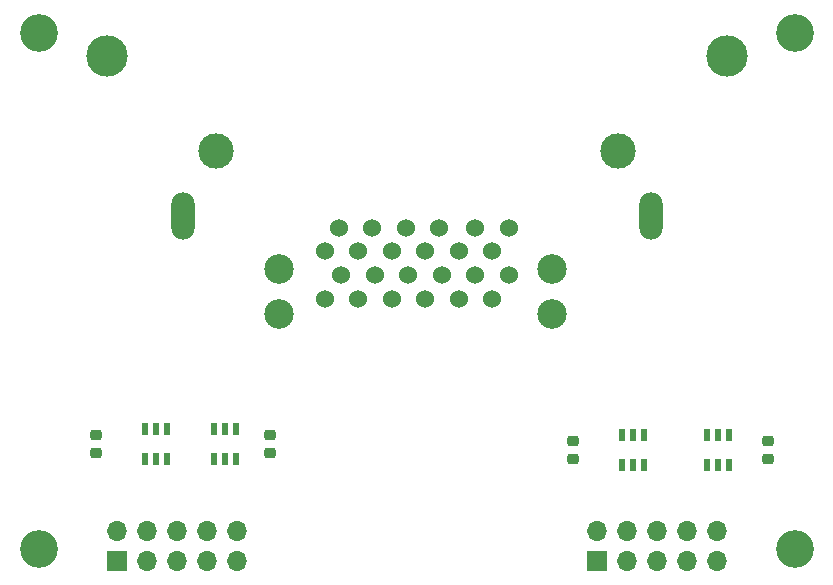
<source format=gts>
G04 #@! TF.GenerationSoftware,KiCad,Pcbnew,(6.0.0)*
G04 #@! TF.CreationDate,2022-08-18T21:48:33-04:00*
G04 #@! TF.ProjectId,GC memory card breakout board (wii pinout),4743206d-656d-46f7-9279-206361726420,rev?*
G04 #@! TF.SameCoordinates,Original*
G04 #@! TF.FileFunction,Soldermask,Top*
G04 #@! TF.FilePolarity,Negative*
%FSLAX46Y46*%
G04 Gerber Fmt 4.6, Leading zero omitted, Abs format (unit mm)*
G04 Created by KiCad (PCBNEW (6.0.0)) date 2022-08-18 21:48:33*
%MOMM*%
%LPD*%
G01*
G04 APERTURE LIST*
G04 Aperture macros list*
%AMRoundRect*
0 Rectangle with rounded corners*
0 $1 Rounding radius*
0 $2 $3 $4 $5 $6 $7 $8 $9 X,Y pos of 4 corners*
0 Add a 4 corners polygon primitive as box body*
4,1,4,$2,$3,$4,$5,$6,$7,$8,$9,$2,$3,0*
0 Add four circle primitives for the rounded corners*
1,1,$1+$1,$2,$3*
1,1,$1+$1,$4,$5*
1,1,$1+$1,$6,$7*
1,1,$1+$1,$8,$9*
0 Add four rect primitives between the rounded corners*
20,1,$1+$1,$2,$3,$4,$5,0*
20,1,$1+$1,$4,$5,$6,$7,0*
20,1,$1+$1,$6,$7,$8,$9,0*
20,1,$1+$1,$8,$9,$2,$3,0*%
G04 Aperture macros list end*
%ADD10C,3.200000*%
%ADD11RoundRect,0.225000X-0.250000X0.225000X-0.250000X-0.225000X0.250000X-0.225000X0.250000X0.225000X0*%
%ADD12R,1.700000X1.700000*%
%ADD13O,1.700000X1.700000*%
%ADD14R,0.600000X1.100000*%
%ADD15C,3.000000*%
%ADD16C,1.524000*%
%ADD17C,2.500000*%
%ADD18O,2.000000X4.000000*%
%ADD19C,3.500000*%
G04 APERTURE END LIST*
D10*
X94996000Y-77724000D03*
D11*
X99822000Y-68059000D03*
X99822000Y-69609000D03*
D12*
X142240000Y-78740000D03*
D13*
X142240000Y-76200000D03*
X144780000Y-78740000D03*
X144780000Y-76200000D03*
X147320000Y-78740000D03*
X147320000Y-76200000D03*
X149860000Y-78740000D03*
X149860000Y-76200000D03*
X152400000Y-78740000D03*
X152400000Y-76200000D03*
D10*
X159004000Y-77724000D03*
D11*
X114554000Y-68059000D03*
X114554000Y-69609000D03*
D14*
X109794000Y-70084000D03*
X110744000Y-70084000D03*
X111694000Y-70084000D03*
X111694000Y-67584000D03*
X110744000Y-67584000D03*
X109794000Y-67584000D03*
X151551600Y-70592000D03*
X152501600Y-70592000D03*
X153451600Y-70592000D03*
X153451600Y-68092000D03*
X152501600Y-68092000D03*
X151551600Y-68092000D03*
D15*
X144000000Y-44013000D03*
X110000000Y-44013000D03*
D16*
X134799000Y-54513000D03*
X133381000Y-56513000D03*
X131963000Y-54513000D03*
X130545000Y-56513000D03*
X129127000Y-54513000D03*
X127709000Y-56513000D03*
X126291000Y-54513000D03*
X124873000Y-56513000D03*
X123455000Y-54513000D03*
X122037000Y-56513000D03*
X120619000Y-54513000D03*
X119201000Y-56513000D03*
X134799000Y-50513000D03*
X133381000Y-52513000D03*
X131963000Y-50513000D03*
X130545000Y-52513000D03*
X128906200Y-50513000D03*
X127709000Y-52513000D03*
X126070200Y-50513000D03*
X124873000Y-52513000D03*
X123234200Y-50513000D03*
X122037000Y-52513000D03*
X120398200Y-50513000D03*
X119201000Y-52513000D03*
D17*
X138429600Y-54005000D03*
X138429600Y-57835000D03*
X115349600Y-54005000D03*
X115349600Y-57835000D03*
D18*
X146799000Y-49513000D03*
X107201000Y-49513000D03*
D19*
X153250000Y-36013000D03*
X100750000Y-36013000D03*
D10*
X94996000Y-34036000D03*
X159004000Y-34036000D03*
D14*
X144338000Y-70592000D03*
X145288000Y-70592000D03*
X146238000Y-70592000D03*
X146238000Y-68092000D03*
X145288000Y-68092000D03*
X144338000Y-68092000D03*
D12*
X101600000Y-78740000D03*
D13*
X101600000Y-76200000D03*
X104140000Y-78740000D03*
X104140000Y-76200000D03*
X106680000Y-78740000D03*
X106680000Y-76200000D03*
X109220000Y-78740000D03*
X109220000Y-76200000D03*
X111760000Y-78740000D03*
X111760000Y-76200000D03*
D14*
X103952000Y-70084000D03*
X104902000Y-70084000D03*
X105852000Y-70084000D03*
X105852000Y-67584000D03*
X104902000Y-67584000D03*
X103952000Y-67584000D03*
D11*
X140208000Y-68567000D03*
X140208000Y-70117000D03*
X156718000Y-68567000D03*
X156718000Y-70117000D03*
M02*

</source>
